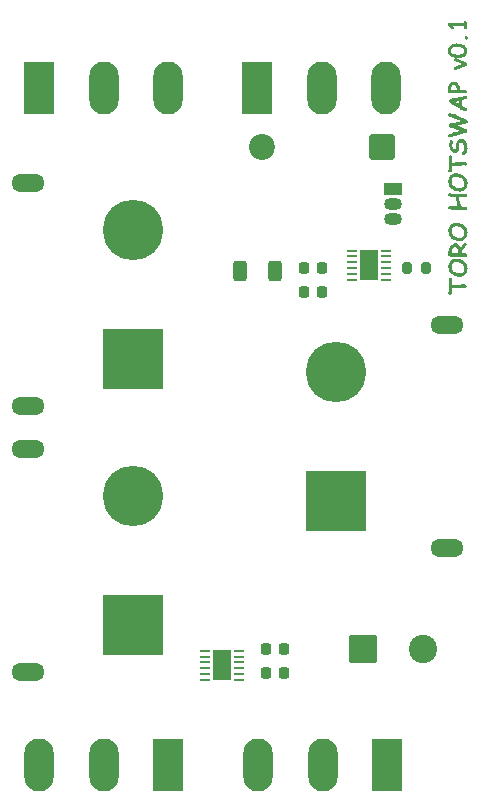
<source format=gbr>
%TF.GenerationSoftware,KiCad,Pcbnew,9.0.3*%
%TF.CreationDate,2025-12-08T06:40:44-06:00*%
%TF.ProjectId,Hotswap,486f7473-7761-4702-9e6b-696361645f70,rev?*%
%TF.SameCoordinates,Original*%
%TF.FileFunction,Soldermask,Top*%
%TF.FilePolarity,Negative*%
%FSLAX46Y46*%
G04 Gerber Fmt 4.6, Leading zero omitted, Abs format (unit mm)*
G04 Created by KiCad (PCBNEW 9.0.3) date 2025-12-08 06:40:44*
%MOMM*%
%LPD*%
G01*
G04 APERTURE LIST*
G04 Aperture macros list*
%AMRoundRect*
0 Rectangle with rounded corners*
0 $1 Rounding radius*
0 $2 $3 $4 $5 $6 $7 $8 $9 X,Y pos of 4 corners*
0 Add a 4 corners polygon primitive as box body*
4,1,4,$2,$3,$4,$5,$6,$7,$8,$9,$2,$3,0*
0 Add four circle primitives for the rounded corners*
1,1,$1+$1,$2,$3*
1,1,$1+$1,$4,$5*
1,1,$1+$1,$6,$7*
1,1,$1+$1,$8,$9*
0 Add four rect primitives between the rounded corners*
20,1,$1+$1,$2,$3,$4,$5,0*
20,1,$1+$1,$4,$5,$6,$7,0*
20,1,$1+$1,$6,$7,$8,$9,0*
20,1,$1+$1,$8,$9,$2,$3,0*%
G04 Aperture macros list end*
%ADD10C,0.300000*%
%ADD11RoundRect,0.225000X0.225000X0.250000X-0.225000X0.250000X-0.225000X-0.250000X0.225000X-0.250000X0*%
%ADD12R,2.500000X4.500000*%
%ADD13O,2.500000X4.500000*%
%ADD14RoundRect,0.225000X-0.225000X-0.250000X0.225000X-0.250000X0.225000X0.250000X-0.225000X0.250000X0*%
%ADD15C,5.120000*%
%ADD16O,2.804000X1.504000*%
%ADD17RoundRect,0.102000X-2.458000X2.458000X-2.458000X-2.458000X2.458000X-2.458000X2.458000X2.458000X0*%
%ADD18RoundRect,0.102000X2.458000X-2.458000X2.458000X2.458000X-2.458000X2.458000X-2.458000X-2.458000X0*%
%ADD19RoundRect,0.062500X-0.375000X-0.062500X0.375000X-0.062500X0.375000X0.062500X-0.375000X0.062500X0*%
%ADD20R,1.500000X2.500000*%
%ADD21RoundRect,0.062500X0.375000X0.062500X-0.375000X0.062500X-0.375000X-0.062500X0.375000X-0.062500X0*%
%ADD22RoundRect,0.250000X0.312500X0.625000X-0.312500X0.625000X-0.312500X-0.625000X0.312500X-0.625000X0*%
%ADD23RoundRect,0.200000X-0.200000X-0.275000X0.200000X-0.275000X0.200000X0.275000X-0.200000X0.275000X0*%
%ADD24R,1.500000X1.050000*%
%ADD25O,1.500000X1.050000*%
%ADD26RoundRect,0.250001X-0.949999X-0.949999X0.949999X-0.949999X0.949999X0.949999X-0.949999X0.949999X0*%
%ADD27C,2.400000*%
%ADD28RoundRect,0.249999X0.850001X0.850001X-0.850001X0.850001X-0.850001X-0.850001X0.850001X-0.850001X0*%
%ADD29C,2.200000*%
G04 APERTURE END LIST*
D10*
G36*
X84014016Y-43672021D02*
G01*
X84001742Y-43921057D01*
X83990568Y-44170001D01*
X84407216Y-44142341D01*
X84658095Y-44125506D01*
X84825970Y-44120817D01*
X84929651Y-44113673D01*
X85033241Y-44106437D01*
X85107250Y-44114837D01*
X85171818Y-44139227D01*
X85217029Y-44172580D01*
X85242327Y-44211824D01*
X85250861Y-44259119D01*
X85241874Y-44312158D01*
X85214958Y-44358496D01*
X85185639Y-44385545D01*
X85152639Y-44401306D01*
X85114574Y-44406673D01*
X85070976Y-44401635D01*
X85026372Y-44396506D01*
X84884039Y-44403192D01*
X84740516Y-44409787D01*
X84590975Y-44414481D01*
X84368473Y-44431311D01*
X83996430Y-44459979D01*
X83996430Y-44513285D01*
X83988106Y-44730055D01*
X83967121Y-44875985D01*
X83947023Y-44927872D01*
X83918514Y-44962042D01*
X83881146Y-44982465D01*
X83831933Y-44989741D01*
X83782322Y-44980668D01*
X83737044Y-44952830D01*
X83709535Y-44921195D01*
X83694540Y-44884327D01*
X83691615Y-44840173D01*
X83708193Y-44677233D01*
X83719184Y-44513285D01*
X83717169Y-44326347D01*
X83715062Y-44139318D01*
X83723855Y-43905669D01*
X83732648Y-43672021D01*
X83742922Y-43615168D01*
X83773131Y-43569072D01*
X83818154Y-43538009D01*
X83872782Y-43527581D01*
X83927506Y-43537991D01*
X83972983Y-43569072D01*
X84003620Y-43615211D01*
X84014016Y-43672021D01*
G37*
G36*
X84487732Y-41936297D02*
G01*
X84619013Y-41960432D01*
X84744547Y-42000326D01*
X84865293Y-42056260D01*
X84982042Y-42128986D01*
X85085499Y-42213300D01*
X85167084Y-42303100D01*
X85229203Y-42398846D01*
X85273398Y-42501502D01*
X85300278Y-42612484D01*
X85309480Y-42733579D01*
X85302093Y-42854554D01*
X85280606Y-42965392D01*
X85245633Y-43067490D01*
X85197251Y-43162037D01*
X85134999Y-43249969D01*
X85054676Y-43332909D01*
X84967438Y-43395880D01*
X84872300Y-43440700D01*
X84767677Y-43468060D01*
X84651489Y-43477481D01*
X84514112Y-43468722D01*
X84382873Y-43442764D01*
X84256592Y-43399650D01*
X84134250Y-43338838D01*
X84015023Y-43259220D01*
X83912705Y-43170579D01*
X83831997Y-43077324D01*
X83770607Y-42978973D01*
X83727031Y-42874615D01*
X83700620Y-42762948D01*
X83691615Y-42642354D01*
X83691620Y-42642262D01*
X83967121Y-42642262D01*
X83975650Y-42729167D01*
X84000956Y-42810396D01*
X84043640Y-42887562D01*
X84105611Y-42961807D01*
X84189962Y-43033722D01*
X84298070Y-43101064D01*
X84410277Y-43148406D01*
X84527819Y-43176809D01*
X84652222Y-43186405D01*
X84734930Y-43177916D01*
X84807623Y-43153312D01*
X84872470Y-43112626D01*
X84930842Y-43054239D01*
X84974998Y-42988335D01*
X85007067Y-42913982D01*
X85027009Y-42829667D01*
X85033974Y-42733487D01*
X85025377Y-42647826D01*
X84999990Y-42568837D01*
X84957315Y-42494787D01*
X84895429Y-42424492D01*
X84811133Y-42357414D01*
X84706488Y-42297127D01*
X84595452Y-42254139D01*
X84476760Y-42228020D01*
X84348872Y-42219112D01*
X84238053Y-42226640D01*
X84154635Y-42246759D01*
X84092708Y-42276759D01*
X84047629Y-42315465D01*
X84016176Y-42362760D01*
X83990943Y-42429145D01*
X83973656Y-42520121D01*
X83967121Y-42642262D01*
X83691620Y-42642262D01*
X83699472Y-42494515D01*
X83721416Y-42370258D01*
X83755498Y-42266087D01*
X83800485Y-42178972D01*
X83855929Y-42106454D01*
X83924286Y-42045137D01*
X84005468Y-41996253D01*
X84101524Y-41959724D01*
X84215157Y-41936425D01*
X84349605Y-41928127D01*
X84487732Y-41936297D01*
G37*
G36*
X85169784Y-40573789D02*
G01*
X85215416Y-40606193D01*
X85246406Y-40653363D01*
X85256723Y-40708683D01*
X85246340Y-40760844D01*
X85213767Y-40810075D01*
X85077382Y-40972374D01*
X84965839Y-41139693D01*
X84877488Y-41312751D01*
X84811224Y-41492520D01*
X85141227Y-41481254D01*
X85195088Y-41491543D01*
X85239870Y-41522287D01*
X85269916Y-41567925D01*
X85280170Y-41624777D01*
X85269882Y-41681552D01*
X85239687Y-41727267D01*
X85194722Y-41757933D01*
X85140586Y-41768209D01*
X84910234Y-41766194D01*
X84679883Y-41764087D01*
X83851808Y-41762072D01*
X83788289Y-41752119D01*
X83730724Y-41722138D01*
X83692826Y-41682881D01*
X83672200Y-41635738D01*
X83668168Y-41577608D01*
X83675220Y-41485375D01*
X83955397Y-41485375D01*
X84506409Y-41485375D01*
X84507508Y-41440313D01*
X84498825Y-41272295D01*
X84476281Y-41152000D01*
X84444127Y-41068361D01*
X84413029Y-41018595D01*
X84372595Y-40972557D01*
X84328892Y-40937102D01*
X84305092Y-40928960D01*
X84251819Y-40936732D01*
X84197756Y-40961062D01*
X84141189Y-41005220D01*
X84080969Y-41074498D01*
X84021734Y-41170313D01*
X83983211Y-41266863D01*
X83963732Y-41365483D01*
X83955397Y-41485375D01*
X83675220Y-41485375D01*
X83687677Y-41322435D01*
X83703959Y-41227846D01*
X83727210Y-41147149D01*
X83756645Y-41078528D01*
X83843154Y-40930071D01*
X83930998Y-40818732D01*
X84020086Y-40738215D01*
X84111064Y-40683615D01*
X84205323Y-40651671D01*
X84304909Y-40640997D01*
X84391349Y-40651207D01*
X84470016Y-40681414D01*
X84543137Y-40732772D01*
X84604758Y-40799302D01*
X84663032Y-40889350D01*
X84717435Y-41007911D01*
X84826166Y-40831064D01*
X84928836Y-40697166D01*
X85025914Y-40598957D01*
X85069533Y-40571910D01*
X85116772Y-40563145D01*
X85169784Y-40573789D01*
G37*
G36*
X84487732Y-38915990D02*
G01*
X84619013Y-38940125D01*
X84744547Y-38980019D01*
X84865293Y-39035953D01*
X84982042Y-39108679D01*
X85085499Y-39192993D01*
X85167084Y-39282792D01*
X85229203Y-39378538D01*
X85273398Y-39481195D01*
X85300278Y-39592177D01*
X85309480Y-39713271D01*
X85302093Y-39834247D01*
X85280606Y-39945085D01*
X85245633Y-40047183D01*
X85197251Y-40141730D01*
X85134999Y-40229662D01*
X85054676Y-40312602D01*
X84967438Y-40375573D01*
X84872300Y-40420393D01*
X84767677Y-40447753D01*
X84651489Y-40457174D01*
X84514112Y-40448415D01*
X84382873Y-40422457D01*
X84256592Y-40379343D01*
X84134250Y-40318531D01*
X84015023Y-40238913D01*
X83912705Y-40150272D01*
X83831997Y-40057017D01*
X83770607Y-39958666D01*
X83727031Y-39854308D01*
X83700620Y-39742641D01*
X83691615Y-39622047D01*
X83691620Y-39621955D01*
X83967121Y-39621955D01*
X83975650Y-39708860D01*
X84000956Y-39790089D01*
X84043640Y-39867255D01*
X84105611Y-39941500D01*
X84189962Y-40013415D01*
X84298070Y-40080757D01*
X84410277Y-40128099D01*
X84527819Y-40156502D01*
X84652222Y-40166098D01*
X84734930Y-40157609D01*
X84807623Y-40133005D01*
X84872470Y-40092319D01*
X84930842Y-40033932D01*
X84974998Y-39968028D01*
X85007067Y-39893675D01*
X85027009Y-39809360D01*
X85033974Y-39713180D01*
X85025377Y-39627518D01*
X84999990Y-39548530D01*
X84957315Y-39474480D01*
X84895429Y-39404185D01*
X84811133Y-39337107D01*
X84706488Y-39276820D01*
X84595452Y-39233832D01*
X84476760Y-39207713D01*
X84348872Y-39198804D01*
X84238053Y-39206333D01*
X84154635Y-39226452D01*
X84092708Y-39256452D01*
X84047629Y-39295158D01*
X84016176Y-39342453D01*
X83990943Y-39408838D01*
X83973656Y-39499814D01*
X83967121Y-39621955D01*
X83691620Y-39621955D01*
X83699472Y-39474208D01*
X83721416Y-39349951D01*
X83755498Y-39245780D01*
X83800485Y-39158665D01*
X83855929Y-39086147D01*
X83924286Y-39024830D01*
X84005468Y-38975946D01*
X84101524Y-38939417D01*
X84215157Y-38916118D01*
X84349605Y-38907820D01*
X84487732Y-38915990D01*
G37*
G36*
X83815629Y-36394103D02*
G01*
X83888941Y-36409865D01*
X83946696Y-36414528D01*
X84035906Y-36420206D01*
X84125116Y-36425793D01*
X84416100Y-36436051D01*
X84706994Y-36446310D01*
X84931850Y-36435044D01*
X85156797Y-36423778D01*
X85209192Y-36433815D01*
X85252693Y-36463804D01*
X85281941Y-36508228D01*
X85291894Y-36563180D01*
X85282175Y-36619744D01*
X85253334Y-36667685D01*
X85210298Y-36700882D01*
X85159453Y-36711741D01*
X84934597Y-36718427D01*
X84709741Y-36725021D01*
X84606060Y-36723006D01*
X84620277Y-36892762D01*
X84653962Y-37120512D01*
X84723297Y-37513987D01*
X84943207Y-37528367D01*
X85165040Y-37538625D01*
X85214029Y-37548574D01*
X85255075Y-37578650D01*
X85282479Y-37622875D01*
X85291894Y-37677935D01*
X85282189Y-37732989D01*
X85253792Y-37777403D01*
X85211425Y-37807356D01*
X85160553Y-37817336D01*
X85046722Y-37813570D01*
X84857752Y-37799385D01*
X84668783Y-37785200D01*
X84554952Y-37781433D01*
X84168438Y-37775296D01*
X83781924Y-37769159D01*
X83731051Y-37759179D01*
X83688684Y-37729226D01*
X83660287Y-37684812D01*
X83650582Y-37629758D01*
X83660470Y-37574863D01*
X83689508Y-37530473D01*
X83732642Y-37500476D01*
X83784580Y-37490448D01*
X84018412Y-37496127D01*
X84252152Y-37501714D01*
X84350338Y-37508949D01*
X84453653Y-37513987D01*
X84382120Y-37120512D01*
X84349842Y-36897265D01*
X84336416Y-36723006D01*
X83962358Y-36709634D01*
X83880556Y-36697668D01*
X83778352Y-36661457D01*
X83714935Y-36626870D01*
X83676783Y-36594107D01*
X83656808Y-36562754D01*
X83650582Y-36531398D01*
X83659558Y-36480274D01*
X83686669Y-36435044D01*
X83715274Y-36409817D01*
X83747503Y-36395030D01*
X83784672Y-36389981D01*
X83815629Y-36394103D01*
G37*
G36*
X84487732Y-34717455D02*
G01*
X84619013Y-34741590D01*
X84744547Y-34781485D01*
X84865293Y-34837419D01*
X84982042Y-34910144D01*
X85085499Y-34994458D01*
X85167084Y-35084258D01*
X85229203Y-35180004D01*
X85273398Y-35282660D01*
X85300278Y-35393642D01*
X85309480Y-35514737D01*
X85302093Y-35635713D01*
X85280606Y-35746551D01*
X85245633Y-35848649D01*
X85197251Y-35943196D01*
X85134999Y-36031127D01*
X85054676Y-36114068D01*
X84967438Y-36177039D01*
X84872300Y-36221858D01*
X84767677Y-36249219D01*
X84651489Y-36258640D01*
X84514112Y-36249880D01*
X84382873Y-36223923D01*
X84256592Y-36180809D01*
X84134250Y-36119996D01*
X84015023Y-36040378D01*
X83912705Y-35951737D01*
X83831997Y-35858482D01*
X83770607Y-35760132D01*
X83727031Y-35655773D01*
X83700620Y-35544107D01*
X83691615Y-35423512D01*
X83691620Y-35423421D01*
X83967121Y-35423421D01*
X83975650Y-35510325D01*
X84000956Y-35591554D01*
X84043640Y-35668720D01*
X84105611Y-35742965D01*
X84189962Y-35814881D01*
X84298070Y-35882222D01*
X84410277Y-35929564D01*
X84527819Y-35957967D01*
X84652222Y-35967563D01*
X84734930Y-35959074D01*
X84807623Y-35934470D01*
X84872470Y-35893785D01*
X84930842Y-35835397D01*
X84974998Y-35769494D01*
X85007067Y-35695140D01*
X85027009Y-35610825D01*
X85033974Y-35514645D01*
X85025377Y-35428984D01*
X84999990Y-35349995D01*
X84957315Y-35275945D01*
X84895429Y-35205651D01*
X84811133Y-35138572D01*
X84706488Y-35078286D01*
X84595452Y-35035298D01*
X84476760Y-35009179D01*
X84348872Y-35000270D01*
X84238053Y-35007798D01*
X84154635Y-35027917D01*
X84092708Y-35057917D01*
X84047629Y-35096624D01*
X84016176Y-35143919D01*
X83990943Y-35210304D01*
X83973656Y-35301279D01*
X83967121Y-35423421D01*
X83691620Y-35423421D01*
X83699472Y-35275674D01*
X83721416Y-35151417D01*
X83755498Y-35047245D01*
X83800485Y-34960131D01*
X83855929Y-34887613D01*
X83924286Y-34826296D01*
X84005468Y-34777412D01*
X84101524Y-34740883D01*
X84215157Y-34717583D01*
X84349605Y-34709285D01*
X84487732Y-34717455D01*
G37*
G36*
X84014016Y-33315635D02*
G01*
X84001742Y-33564672D01*
X83990568Y-33813616D01*
X84407216Y-33785956D01*
X84658095Y-33769121D01*
X84825970Y-33764432D01*
X84929651Y-33757288D01*
X85033241Y-33750052D01*
X85107250Y-33758452D01*
X85171818Y-33782841D01*
X85217029Y-33816195D01*
X85242327Y-33855439D01*
X85250861Y-33902734D01*
X85241874Y-33955773D01*
X85214958Y-34002110D01*
X85185639Y-34029160D01*
X85152639Y-34044921D01*
X85114574Y-34050287D01*
X85070976Y-34045250D01*
X85026372Y-34040121D01*
X84884039Y-34046807D01*
X84740516Y-34053401D01*
X84590975Y-34058096D01*
X84368473Y-34074925D01*
X83996430Y-34103593D01*
X83996430Y-34156899D01*
X83988106Y-34373670D01*
X83967121Y-34519600D01*
X83947023Y-34571487D01*
X83918514Y-34605657D01*
X83881146Y-34626080D01*
X83831933Y-34633356D01*
X83782322Y-34624282D01*
X83737044Y-34596445D01*
X83709535Y-34564810D01*
X83694540Y-34527942D01*
X83691615Y-34483788D01*
X83708193Y-34320847D01*
X83719184Y-34156899D01*
X83717169Y-33969962D01*
X83715062Y-33782933D01*
X83723855Y-33549284D01*
X83732648Y-33315635D01*
X83742922Y-33258782D01*
X83773131Y-33212687D01*
X83818154Y-33181624D01*
X83872782Y-33171196D01*
X83927506Y-33181606D01*
X83972983Y-33212687D01*
X84003620Y-33258826D01*
X84014016Y-33315635D01*
G37*
G36*
X85309480Y-32597470D02*
G01*
X85301140Y-32728636D01*
X85277811Y-32838464D01*
X85241346Y-32930413D01*
X85192609Y-33007340D01*
X85139051Y-33065199D01*
X85084473Y-33103726D01*
X85027994Y-33125975D01*
X84968120Y-33133369D01*
X84907671Y-33123338D01*
X84860042Y-33094443D01*
X84836619Y-33065932D01*
X84822211Y-33030726D01*
X84817086Y-32986823D01*
X84827458Y-32931333D01*
X84857919Y-32887171D01*
X84912432Y-32851543D01*
X84965320Y-32815893D01*
X85004394Y-32763384D01*
X85030150Y-32689543D01*
X85039836Y-32587212D01*
X85031423Y-32471301D01*
X85006189Y-32357914D01*
X84963632Y-32245943D01*
X84916520Y-32160493D01*
X84872849Y-32109460D01*
X84831921Y-32083009D01*
X84791807Y-32074851D01*
X84730598Y-32082188D01*
X84684132Y-32102404D01*
X84648804Y-32134821D01*
X84623005Y-32181463D01*
X84601972Y-32276284D01*
X84588475Y-32485729D01*
X84578835Y-32602603D01*
X84556367Y-32708009D01*
X84521796Y-32803458D01*
X84481223Y-32876877D01*
X84436989Y-32928954D01*
X84389092Y-32963777D01*
X84336592Y-32983870D01*
X84277706Y-32989938D01*
X84202558Y-32981210D01*
X84129437Y-32957225D01*
X84057063Y-32916825D01*
X83984472Y-32857758D01*
X83911067Y-32776805D01*
X83837021Y-32667087D01*
X83785436Y-32554257D01*
X83754707Y-32436994D01*
X83744371Y-32313629D01*
X83754549Y-32208500D01*
X83790167Y-32065692D01*
X83826879Y-31970153D01*
X83860728Y-31916201D01*
X83891712Y-31889964D01*
X83921509Y-31882235D01*
X83971097Y-31891370D01*
X84015115Y-31919146D01*
X84040516Y-31949001D01*
X84055665Y-31983659D01*
X84060910Y-32024659D01*
X84056654Y-32078428D01*
X84040394Y-32168640D01*
X84024156Y-32258985D01*
X84019877Y-32313629D01*
X84027398Y-32400204D01*
X84048522Y-32483553D01*
X84083625Y-32564680D01*
X84133061Y-32639692D01*
X84178474Y-32676618D01*
X84222294Y-32687595D01*
X84257304Y-32678608D01*
X84286591Y-32650226D01*
X84306818Y-32607234D01*
X84322036Y-32538027D01*
X84336416Y-32276718D01*
X84352196Y-32162861D01*
X84379493Y-32066655D01*
X84417113Y-31985468D01*
X84464552Y-31917131D01*
X84530989Y-31854207D01*
X84608273Y-31809248D01*
X84698561Y-31781390D01*
X84804996Y-31771593D01*
X84888067Y-31779646D01*
X84962820Y-31803159D01*
X85031088Y-31842203D01*
X85094112Y-31898204D01*
X85152439Y-31973835D01*
X85205890Y-32072836D01*
X85250166Y-32188411D01*
X85282548Y-32313578D01*
X85302578Y-32449499D01*
X85309480Y-32597470D01*
G37*
G36*
X83928469Y-29624790D02*
G01*
X84032151Y-29665731D01*
X84208830Y-29722060D01*
X84648375Y-29907532D01*
X85086913Y-30094103D01*
X85188727Y-30136997D01*
X85259379Y-30172963D01*
X85307134Y-30211095D01*
X85334953Y-30258870D01*
X85344651Y-30319508D01*
X85336633Y-30375220D01*
X85312777Y-30425021D01*
X85284818Y-30456819D01*
X85252739Y-30476139D01*
X85215232Y-30484464D01*
X85101490Y-30524801D01*
X85022067Y-30543907D01*
X84361604Y-30668837D01*
X84561463Y-30739681D01*
X84731632Y-30812268D01*
X84966312Y-30913133D01*
X85118054Y-30962936D01*
X85166231Y-30953685D01*
X85205756Y-30959874D01*
X85239761Y-30978167D01*
X85269821Y-31010105D01*
X85295180Y-31061868D01*
X85303618Y-31118640D01*
X85293682Y-31188530D01*
X85265699Y-31242655D01*
X85234430Y-31272370D01*
X85196783Y-31290682D01*
X85150844Y-31297976D01*
X85030951Y-31329758D01*
X84553304Y-31440400D01*
X84285175Y-31522276D01*
X83861333Y-31666905D01*
X83810042Y-31676155D01*
X83771401Y-31670762D01*
X83739506Y-31655226D01*
X83712681Y-31628986D01*
X83688319Y-31583370D01*
X83679891Y-31527595D01*
X83687234Y-31479001D01*
X83708638Y-31438356D01*
X83745471Y-31403580D01*
X83789399Y-31379154D01*
X83875713Y-31345145D01*
X84199430Y-31246866D01*
X84718259Y-31118732D01*
X84508776Y-31038895D01*
X84247023Y-30951670D01*
X84042533Y-30884007D01*
X83932500Y-30840020D01*
X83818757Y-30778256D01*
X83752440Y-30723977D01*
X83719150Y-30675799D01*
X83709200Y-30631010D01*
X83715884Y-30584711D01*
X83735304Y-30545909D01*
X83768479Y-30512663D01*
X83818835Y-30484464D01*
X83882041Y-30464637D01*
X84008337Y-30440409D01*
X84214325Y-30413756D01*
X84425702Y-30378073D01*
X84855646Y-30284612D01*
X84572295Y-30168152D01*
X84122093Y-29992528D01*
X83933324Y-29939314D01*
X83825800Y-29903786D01*
X83751699Y-29864484D01*
X83711178Y-29827257D01*
X83687843Y-29784252D01*
X83679891Y-29733326D01*
X83689793Y-29675544D01*
X83718451Y-29629919D01*
X83761977Y-29599346D01*
X83817553Y-29588886D01*
X83846549Y-29594903D01*
X83928469Y-29624790D01*
G37*
G36*
X85174876Y-28123950D02*
G01*
X85207506Y-28138608D01*
X85236482Y-28163546D01*
X85266000Y-28211391D01*
X85274309Y-28264388D01*
X85265181Y-28297844D01*
X85236904Y-28334865D01*
X85180677Y-28377627D01*
X85083891Y-28427329D01*
X84957593Y-28476539D01*
X84805362Y-28520568D01*
X84829542Y-28768505D01*
X84843816Y-28920732D01*
X84858119Y-29016534D01*
X84983623Y-29073952D01*
X85195174Y-29180482D01*
X85236636Y-29215285D01*
X85260357Y-29256219D01*
X85268447Y-29305504D01*
X85258976Y-29358712D01*
X85230070Y-29406987D01*
X85201956Y-29432153D01*
X85169842Y-29446967D01*
X85132342Y-29452049D01*
X85093894Y-29443749D01*
X84992419Y-29403754D01*
X84778343Y-29302481D01*
X84746810Y-29312866D01*
X84718992Y-29314754D01*
X84692050Y-29304505D01*
X84666577Y-29274986D01*
X84642239Y-29215378D01*
X84389630Y-29063929D01*
X84120444Y-28891512D01*
X83897383Y-28736948D01*
X83786048Y-28647097D01*
X83785673Y-28646689D01*
X84225408Y-28646689D01*
X84600198Y-28866966D01*
X84582796Y-28723534D01*
X84570889Y-28579003D01*
X84225408Y-28646689D01*
X83785673Y-28646689D01*
X83742129Y-28599288D01*
X83732648Y-28575889D01*
X83740809Y-28525183D01*
X83764403Y-28484469D01*
X83805200Y-28451197D01*
X83868661Y-28425314D01*
X84196740Y-28360742D01*
X84870484Y-28208060D01*
X85005397Y-28155853D01*
X85088892Y-28126397D01*
X85137288Y-28118941D01*
X85174876Y-28123950D01*
G37*
G36*
X84219952Y-26947358D02*
G01*
X84311104Y-26972401D01*
X84392965Y-27013317D01*
X84467082Y-27070802D01*
X84534344Y-27146702D01*
X84593225Y-27241957D01*
X84635571Y-27345873D01*
X84661574Y-27459998D01*
X84670540Y-27586248D01*
X84663396Y-27672343D01*
X85135915Y-27678480D01*
X85186551Y-27687964D01*
X85229429Y-27716399D01*
X85258511Y-27759001D01*
X85268447Y-27812752D01*
X85258550Y-27866606D01*
X85229521Y-27909656D01*
X85186633Y-27938457D01*
X85136189Y-27948032D01*
X84850059Y-27948032D01*
X84671965Y-27943709D01*
X84379464Y-27927516D01*
X83906762Y-27907000D01*
X83793965Y-27897865D01*
X83722321Y-27875843D01*
X83679352Y-27845277D01*
X83656655Y-27806876D01*
X83651498Y-27757431D01*
X83637668Y-27661078D01*
X83633732Y-27535048D01*
X83896779Y-27535048D01*
X83897329Y-27593025D01*
X83899893Y-27635524D01*
X84044241Y-27636531D01*
X84398606Y-27655949D01*
X84406758Y-27586248D01*
X84397676Y-27482072D01*
X84372024Y-27394693D01*
X84331012Y-27320908D01*
X84286197Y-27270619D01*
X84236412Y-27236030D01*
X84180612Y-27215293D01*
X84116964Y-27208160D01*
X84064123Y-27218602D01*
X84013322Y-27251577D01*
X83962358Y-27313764D01*
X83925804Y-27383713D01*
X83904092Y-27457039D01*
X83896779Y-27535048D01*
X83633732Y-27535048D01*
X83632997Y-27511509D01*
X83640964Y-27413593D01*
X83664808Y-27318863D01*
X83705061Y-27226133D01*
X83763056Y-27134429D01*
X83826978Y-27060819D01*
X83893585Y-27006434D01*
X83963428Y-26968756D01*
X84037554Y-26946298D01*
X84117422Y-26938699D01*
X84219952Y-26947358D01*
G37*
G36*
X85168979Y-25326513D02*
G01*
X85215893Y-25339700D01*
X85253151Y-25368553D01*
X85277610Y-25409190D01*
X85286032Y-25459686D01*
X85279341Y-25507712D01*
X85260144Y-25546947D01*
X85227802Y-25579574D01*
X85179237Y-25606232D01*
X84351529Y-25945485D01*
X84320815Y-25955602D01*
X84293002Y-25958766D01*
X84242194Y-25947812D01*
X84199121Y-25914253D01*
X84170137Y-25866271D01*
X84160561Y-25812220D01*
X84169753Y-25758596D01*
X84196059Y-25717625D01*
X84241711Y-25686191D01*
X84407226Y-25616605D01*
X84822948Y-25458679D01*
X84469498Y-25309111D01*
X84248580Y-25219993D01*
X84201954Y-25186171D01*
X84175491Y-25144689D01*
X84166423Y-25092956D01*
X84175880Y-25038880D01*
X84204433Y-24991015D01*
X84232224Y-24965970D01*
X84263313Y-24951373D01*
X84298955Y-24946410D01*
X84370388Y-24968571D01*
X84705711Y-25112373D01*
X85168979Y-25326513D01*
G37*
G36*
X84563403Y-23719954D02*
G01*
X84724117Y-23741409D01*
X84857418Y-23774310D01*
X84967295Y-23816900D01*
X85057238Y-23868017D01*
X85139195Y-23936114D01*
X85202099Y-24015035D01*
X85247641Y-24106163D01*
X85276043Y-24211846D01*
X85286032Y-24335223D01*
X85277307Y-24446644D01*
X85252353Y-24543618D01*
X85212157Y-24628619D01*
X85156531Y-24703540D01*
X85084137Y-24769563D01*
X84992575Y-24827067D01*
X84883617Y-24873746D01*
X84755809Y-24909091D01*
X84606180Y-24931752D01*
X84431396Y-24939815D01*
X84285969Y-24930096D01*
X84152831Y-24901787D01*
X84030118Y-24855559D01*
X83916288Y-24791255D01*
X83818352Y-24712470D01*
X83744914Y-24625684D01*
X83693060Y-24529960D01*
X83661482Y-24423428D01*
X83650682Y-24304540D01*
X83914364Y-24304540D01*
X83924439Y-24382345D01*
X83954097Y-24451270D01*
X84004694Y-24513775D01*
X84080327Y-24570978D01*
X84179822Y-24619250D01*
X84290649Y-24648848D01*
X84415276Y-24659089D01*
X84584017Y-24652757D01*
X84710370Y-24636042D01*
X84802706Y-24611919D01*
X84886372Y-24573885D01*
X84946745Y-24527827D01*
X84988306Y-24473885D01*
X85013464Y-24410639D01*
X85022250Y-24335314D01*
X85012426Y-24255794D01*
X84984194Y-24189017D01*
X84937188Y-24131965D01*
X84868194Y-24083256D01*
X84791812Y-24049935D01*
X84692729Y-24023469D01*
X84565971Y-24005725D01*
X84405934Y-23999175D01*
X84278614Y-24005073D01*
X84177607Y-24021082D01*
X84098389Y-24045080D01*
X84037005Y-24075562D01*
X83983096Y-24118748D01*
X83945491Y-24170088D01*
X83922464Y-24231108D01*
X83914364Y-24304540D01*
X83650682Y-24304540D01*
X83650582Y-24303441D01*
X83660520Y-24188947D01*
X83689133Y-24088434D01*
X83735733Y-23999300D01*
X83801142Y-23919662D01*
X83887620Y-23848508D01*
X83990191Y-23790112D01*
X84103670Y-23747655D01*
X84229843Y-23721348D01*
X84370854Y-23712220D01*
X84563403Y-23719954D01*
G37*
G36*
X85350512Y-23228620D02*
G01*
X85339708Y-23292996D01*
X85307739Y-23347505D01*
X85276671Y-23376353D01*
X85244926Y-23392443D01*
X85211386Y-23397697D01*
X85177085Y-23392424D01*
X85144638Y-23376306D01*
X85112925Y-23347505D01*
X85080176Y-23292921D01*
X85069145Y-23228620D01*
X85074008Y-23181686D01*
X85087846Y-23142283D01*
X85110361Y-23108818D01*
X85140375Y-23082302D01*
X85173622Y-23066877D01*
X85211386Y-23061649D01*
X85245627Y-23066865D01*
X85277524Y-23082703D01*
X85308197Y-23110833D01*
X85339783Y-23164455D01*
X85350512Y-23228620D01*
G37*
G36*
X85245000Y-21928210D02*
G01*
X85245000Y-22334965D01*
X85238297Y-22415185D01*
X85221202Y-22468362D01*
X85196598Y-22502210D01*
X85164741Y-22521812D01*
X85123183Y-22528681D01*
X85076315Y-22520979D01*
X85040440Y-22499029D01*
X85012780Y-22461194D01*
X84993590Y-22401852D01*
X84986072Y-22312434D01*
X84987079Y-22267371D01*
X84075565Y-22267371D01*
X84126714Y-22350675D01*
X84137114Y-22383142D01*
X84126930Y-22436656D01*
X84096081Y-22483068D01*
X84051195Y-22515168D01*
X84000643Y-22525566D01*
X83965695Y-22519084D01*
X83927690Y-22497807D01*
X83884781Y-22456873D01*
X83800608Y-22341102D01*
X83700133Y-22216080D01*
X83668095Y-22162840D01*
X83650347Y-22113746D01*
X83644720Y-22067520D01*
X83651676Y-22027097D01*
X83670783Y-21999755D01*
X83703397Y-21982130D01*
X83755546Y-21975287D01*
X84099470Y-21985546D01*
X84345187Y-21992840D01*
X84732822Y-21995804D01*
X84981217Y-21995804D01*
X84981217Y-21928210D01*
X84990845Y-21873056D01*
X85019044Y-21828284D01*
X85061383Y-21797960D01*
X85113108Y-21787800D01*
X85164834Y-21797960D01*
X85207172Y-21828284D01*
X85235371Y-21873056D01*
X85245000Y-21928210D01*
G37*
D11*
%TO.C,C2*%
X69775000Y-75000000D03*
X68225000Y-75000000D03*
%TD*%
D12*
%TO.C,Q2*%
X59950000Y-84815000D03*
D13*
X54500000Y-84815000D03*
X49050000Y-84815000D03*
%TD*%
D14*
%TO.C,C1*%
X71425000Y-42750000D03*
X72975000Y-42750000D03*
%TD*%
D12*
%TO.C,Q8*%
X49050000Y-27500000D03*
D13*
X54500000Y-27500000D03*
X59950000Y-27500000D03*
%TD*%
D15*
%TO.C,J1*%
X57000000Y-62050000D03*
D16*
X48100000Y-58050000D03*
X48100000Y-76950000D03*
D17*
X57000000Y-72950000D03*
%TD*%
D15*
%TO.C,J3*%
X74150000Y-51550000D03*
D16*
X83550000Y-66450000D03*
X83550000Y-47550000D03*
D18*
X74150000Y-62450000D03*
%TD*%
D11*
%TO.C,C8*%
X72975000Y-44750000D03*
X71425000Y-44750000D03*
%TD*%
D19*
%TO.C,U5*%
X63125000Y-75125000D03*
X63125000Y-75625000D03*
X63125000Y-76125000D03*
X63125000Y-76625000D03*
X63125000Y-77125000D03*
X63125000Y-77625000D03*
X66000000Y-77625000D03*
X66000000Y-77125000D03*
X66000000Y-76625000D03*
X66000000Y-76125000D03*
X66000000Y-75625000D03*
X66000000Y-75125000D03*
D20*
X64562500Y-76375000D03*
%TD*%
D15*
%TO.C,J2*%
X57000000Y-39550000D03*
D16*
X48100000Y-35550000D03*
X48100000Y-54450000D03*
D17*
X57000000Y-50450000D03*
%TD*%
D21*
%TO.C,U2*%
X78437500Y-43750000D03*
X78437500Y-43250000D03*
X78437500Y-42750000D03*
X78437500Y-42250000D03*
X78437500Y-41750000D03*
X78437500Y-41250000D03*
X75562500Y-41250000D03*
X75562500Y-41750000D03*
X75562500Y-42250000D03*
X75562500Y-42750000D03*
X75562500Y-43250000D03*
X75562500Y-43750000D03*
D20*
X77000000Y-42500000D03*
%TD*%
D22*
%TO.C,R9*%
X69000000Y-43000000D03*
X66075000Y-43000000D03*
%TD*%
D11*
%TO.C,C7*%
X69775000Y-77000000D03*
X68225000Y-77000000D03*
%TD*%
D23*
%TO.C,R8*%
X80150000Y-42750000D03*
X81800000Y-42750000D03*
%TD*%
D12*
%TO.C,Q4*%
X78500000Y-84815000D03*
D13*
X73050000Y-84815000D03*
X67600000Y-84815000D03*
%TD*%
D24*
%TO.C,Q11*%
X79000000Y-36000000D03*
D25*
X79000000Y-37270000D03*
X79000000Y-38540000D03*
%TD*%
D26*
%TO.C,C10*%
X76500000Y-75000000D03*
D27*
X81500000Y-75000000D03*
%TD*%
D12*
%TO.C,Q9*%
X67500000Y-27500000D03*
D13*
X72950000Y-27500000D03*
X78400000Y-27500000D03*
%TD*%
D28*
%TO.C,D3*%
X78080000Y-32500000D03*
D29*
X67920000Y-32500000D03*
%TD*%
M02*

</source>
